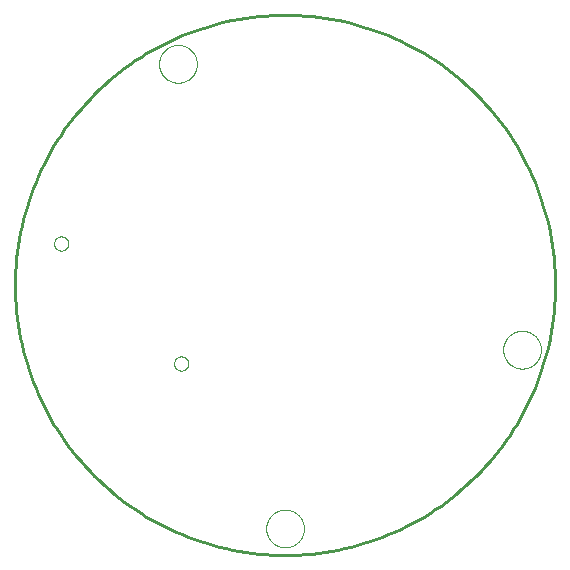
<source format=gko>
G75*
%MOIN*%
%OFA0B0*%
%FSLAX25Y25*%
%IPPOS*%
%LPD*%
%AMOC8*
5,1,8,0,0,1.08239X$1,22.5*
%
%ADD10C,0.01000*%
%ADD11C,0.00000*%
D10*
X0000000Y0090000D02*
X0000027Y0092209D01*
X0000108Y0094416D01*
X0000244Y0096621D01*
X0000433Y0098822D01*
X0000677Y0101017D01*
X0000974Y0103206D01*
X0001325Y0105387D01*
X0001729Y0107558D01*
X0002187Y0109719D01*
X0002697Y0111868D01*
X0003260Y0114004D01*
X0003875Y0116126D01*
X0004542Y0118231D01*
X0005261Y0120320D01*
X0006031Y0122391D01*
X0006851Y0124442D01*
X0007721Y0126472D01*
X0008641Y0128480D01*
X0009610Y0130465D01*
X0010627Y0132426D01*
X0011692Y0134361D01*
X0012804Y0136269D01*
X0013963Y0138150D01*
X0015168Y0140001D01*
X0016417Y0141823D01*
X0017711Y0143613D01*
X0019049Y0145371D01*
X0020429Y0147095D01*
X0021851Y0148786D01*
X0023314Y0150440D01*
X0024818Y0152059D01*
X0026360Y0153640D01*
X0027941Y0155182D01*
X0029560Y0156686D01*
X0031214Y0158149D01*
X0032905Y0159571D01*
X0034629Y0160951D01*
X0036387Y0162289D01*
X0038177Y0163583D01*
X0039999Y0164832D01*
X0041850Y0166037D01*
X0043731Y0167196D01*
X0045639Y0168308D01*
X0047574Y0169373D01*
X0049535Y0170390D01*
X0051520Y0171359D01*
X0053528Y0172279D01*
X0055558Y0173149D01*
X0057609Y0173969D01*
X0059680Y0174739D01*
X0061769Y0175458D01*
X0063874Y0176125D01*
X0065996Y0176740D01*
X0068132Y0177303D01*
X0070281Y0177813D01*
X0072442Y0178271D01*
X0074613Y0178675D01*
X0076794Y0179026D01*
X0078983Y0179323D01*
X0081178Y0179567D01*
X0083379Y0179756D01*
X0085584Y0179892D01*
X0087791Y0179973D01*
X0090000Y0180000D01*
X0092209Y0179973D01*
X0094416Y0179892D01*
X0096621Y0179756D01*
X0098822Y0179567D01*
X0101017Y0179323D01*
X0103206Y0179026D01*
X0105387Y0178675D01*
X0107558Y0178271D01*
X0109719Y0177813D01*
X0111868Y0177303D01*
X0114004Y0176740D01*
X0116126Y0176125D01*
X0118231Y0175458D01*
X0120320Y0174739D01*
X0122391Y0173969D01*
X0124442Y0173149D01*
X0126472Y0172279D01*
X0128480Y0171359D01*
X0130465Y0170390D01*
X0132426Y0169373D01*
X0134361Y0168308D01*
X0136269Y0167196D01*
X0138150Y0166037D01*
X0140001Y0164832D01*
X0141823Y0163583D01*
X0143613Y0162289D01*
X0145371Y0160951D01*
X0147095Y0159571D01*
X0148786Y0158149D01*
X0150440Y0156686D01*
X0152059Y0155182D01*
X0153640Y0153640D01*
X0155182Y0152059D01*
X0156686Y0150440D01*
X0158149Y0148786D01*
X0159571Y0147095D01*
X0160951Y0145371D01*
X0162289Y0143613D01*
X0163583Y0141823D01*
X0164832Y0140001D01*
X0166037Y0138150D01*
X0167196Y0136269D01*
X0168308Y0134361D01*
X0169373Y0132426D01*
X0170390Y0130465D01*
X0171359Y0128480D01*
X0172279Y0126472D01*
X0173149Y0124442D01*
X0173969Y0122391D01*
X0174739Y0120320D01*
X0175458Y0118231D01*
X0176125Y0116126D01*
X0176740Y0114004D01*
X0177303Y0111868D01*
X0177813Y0109719D01*
X0178271Y0107558D01*
X0178675Y0105387D01*
X0179026Y0103206D01*
X0179323Y0101017D01*
X0179567Y0098822D01*
X0179756Y0096621D01*
X0179892Y0094416D01*
X0179973Y0092209D01*
X0180000Y0090000D01*
X0179973Y0087791D01*
X0179892Y0085584D01*
X0179756Y0083379D01*
X0179567Y0081178D01*
X0179323Y0078983D01*
X0179026Y0076794D01*
X0178675Y0074613D01*
X0178271Y0072442D01*
X0177813Y0070281D01*
X0177303Y0068132D01*
X0176740Y0065996D01*
X0176125Y0063874D01*
X0175458Y0061769D01*
X0174739Y0059680D01*
X0173969Y0057609D01*
X0173149Y0055558D01*
X0172279Y0053528D01*
X0171359Y0051520D01*
X0170390Y0049535D01*
X0169373Y0047574D01*
X0168308Y0045639D01*
X0167196Y0043731D01*
X0166037Y0041850D01*
X0164832Y0039999D01*
X0163583Y0038177D01*
X0162289Y0036387D01*
X0160951Y0034629D01*
X0159571Y0032905D01*
X0158149Y0031214D01*
X0156686Y0029560D01*
X0155182Y0027941D01*
X0153640Y0026360D01*
X0152059Y0024818D01*
X0150440Y0023314D01*
X0148786Y0021851D01*
X0147095Y0020429D01*
X0145371Y0019049D01*
X0143613Y0017711D01*
X0141823Y0016417D01*
X0140001Y0015168D01*
X0138150Y0013963D01*
X0136269Y0012804D01*
X0134361Y0011692D01*
X0132426Y0010627D01*
X0130465Y0009610D01*
X0128480Y0008641D01*
X0126472Y0007721D01*
X0124442Y0006851D01*
X0122391Y0006031D01*
X0120320Y0005261D01*
X0118231Y0004542D01*
X0116126Y0003875D01*
X0114004Y0003260D01*
X0111868Y0002697D01*
X0109719Y0002187D01*
X0107558Y0001729D01*
X0105387Y0001325D01*
X0103206Y0000974D01*
X0101017Y0000677D01*
X0098822Y0000433D01*
X0096621Y0000244D01*
X0094416Y0000108D01*
X0092209Y0000027D01*
X0090000Y0000000D01*
X0087791Y0000027D01*
X0085584Y0000108D01*
X0083379Y0000244D01*
X0081178Y0000433D01*
X0078983Y0000677D01*
X0076794Y0000974D01*
X0074613Y0001325D01*
X0072442Y0001729D01*
X0070281Y0002187D01*
X0068132Y0002697D01*
X0065996Y0003260D01*
X0063874Y0003875D01*
X0061769Y0004542D01*
X0059680Y0005261D01*
X0057609Y0006031D01*
X0055558Y0006851D01*
X0053528Y0007721D01*
X0051520Y0008641D01*
X0049535Y0009610D01*
X0047574Y0010627D01*
X0045639Y0011692D01*
X0043731Y0012804D01*
X0041850Y0013963D01*
X0039999Y0015168D01*
X0038177Y0016417D01*
X0036387Y0017711D01*
X0034629Y0019049D01*
X0032905Y0020429D01*
X0031214Y0021851D01*
X0029560Y0023314D01*
X0027941Y0024818D01*
X0026360Y0026360D01*
X0024818Y0027941D01*
X0023314Y0029560D01*
X0021851Y0031214D01*
X0020429Y0032905D01*
X0019049Y0034629D01*
X0017711Y0036387D01*
X0016417Y0038177D01*
X0015168Y0039999D01*
X0013963Y0041850D01*
X0012804Y0043731D01*
X0011692Y0045639D01*
X0010627Y0047574D01*
X0009610Y0049535D01*
X0008641Y0051520D01*
X0007721Y0053528D01*
X0006851Y0055558D01*
X0006031Y0057609D01*
X0005261Y0059680D01*
X0004542Y0061769D01*
X0003875Y0063874D01*
X0003260Y0065996D01*
X0002697Y0068132D01*
X0002187Y0070281D01*
X0001729Y0072442D01*
X0001325Y0074613D01*
X0000974Y0076794D01*
X0000677Y0078983D01*
X0000433Y0081178D01*
X0000244Y0083379D01*
X0000108Y0085584D01*
X0000027Y0087791D01*
X0000000Y0090000D01*
D11*
X0048001Y0163700D02*
X0048003Y0163858D01*
X0048009Y0164016D01*
X0048019Y0164174D01*
X0048033Y0164332D01*
X0048051Y0164489D01*
X0048072Y0164646D01*
X0048098Y0164802D01*
X0048128Y0164958D01*
X0048161Y0165113D01*
X0048199Y0165266D01*
X0048240Y0165419D01*
X0048285Y0165571D01*
X0048334Y0165722D01*
X0048387Y0165871D01*
X0048443Y0166019D01*
X0048503Y0166165D01*
X0048567Y0166310D01*
X0048635Y0166453D01*
X0048706Y0166595D01*
X0048780Y0166735D01*
X0048858Y0166872D01*
X0048940Y0167008D01*
X0049024Y0167142D01*
X0049113Y0167273D01*
X0049204Y0167402D01*
X0049299Y0167529D01*
X0049396Y0167654D01*
X0049497Y0167776D01*
X0049601Y0167895D01*
X0049708Y0168012D01*
X0049818Y0168126D01*
X0049931Y0168237D01*
X0050046Y0168346D01*
X0050164Y0168451D01*
X0050285Y0168553D01*
X0050408Y0168653D01*
X0050534Y0168749D01*
X0050662Y0168842D01*
X0050792Y0168932D01*
X0050925Y0169018D01*
X0051060Y0169102D01*
X0051196Y0169181D01*
X0051335Y0169258D01*
X0051476Y0169330D01*
X0051618Y0169400D01*
X0051762Y0169465D01*
X0051908Y0169527D01*
X0052055Y0169585D01*
X0052204Y0169640D01*
X0052354Y0169691D01*
X0052505Y0169738D01*
X0052657Y0169781D01*
X0052810Y0169820D01*
X0052965Y0169856D01*
X0053120Y0169887D01*
X0053276Y0169915D01*
X0053432Y0169939D01*
X0053589Y0169959D01*
X0053747Y0169975D01*
X0053904Y0169987D01*
X0054063Y0169995D01*
X0054221Y0169999D01*
X0054379Y0169999D01*
X0054537Y0169995D01*
X0054696Y0169987D01*
X0054853Y0169975D01*
X0055011Y0169959D01*
X0055168Y0169939D01*
X0055324Y0169915D01*
X0055480Y0169887D01*
X0055635Y0169856D01*
X0055790Y0169820D01*
X0055943Y0169781D01*
X0056095Y0169738D01*
X0056246Y0169691D01*
X0056396Y0169640D01*
X0056545Y0169585D01*
X0056692Y0169527D01*
X0056838Y0169465D01*
X0056982Y0169400D01*
X0057124Y0169330D01*
X0057265Y0169258D01*
X0057404Y0169181D01*
X0057540Y0169102D01*
X0057675Y0169018D01*
X0057808Y0168932D01*
X0057938Y0168842D01*
X0058066Y0168749D01*
X0058192Y0168653D01*
X0058315Y0168553D01*
X0058436Y0168451D01*
X0058554Y0168346D01*
X0058669Y0168237D01*
X0058782Y0168126D01*
X0058892Y0168012D01*
X0058999Y0167895D01*
X0059103Y0167776D01*
X0059204Y0167654D01*
X0059301Y0167529D01*
X0059396Y0167402D01*
X0059487Y0167273D01*
X0059576Y0167142D01*
X0059660Y0167008D01*
X0059742Y0166872D01*
X0059820Y0166735D01*
X0059894Y0166595D01*
X0059965Y0166453D01*
X0060033Y0166310D01*
X0060097Y0166165D01*
X0060157Y0166019D01*
X0060213Y0165871D01*
X0060266Y0165722D01*
X0060315Y0165571D01*
X0060360Y0165419D01*
X0060401Y0165266D01*
X0060439Y0165113D01*
X0060472Y0164958D01*
X0060502Y0164802D01*
X0060528Y0164646D01*
X0060549Y0164489D01*
X0060567Y0164332D01*
X0060581Y0164174D01*
X0060591Y0164016D01*
X0060597Y0163858D01*
X0060599Y0163700D01*
X0060597Y0163542D01*
X0060591Y0163384D01*
X0060581Y0163226D01*
X0060567Y0163068D01*
X0060549Y0162911D01*
X0060528Y0162754D01*
X0060502Y0162598D01*
X0060472Y0162442D01*
X0060439Y0162287D01*
X0060401Y0162134D01*
X0060360Y0161981D01*
X0060315Y0161829D01*
X0060266Y0161678D01*
X0060213Y0161529D01*
X0060157Y0161381D01*
X0060097Y0161235D01*
X0060033Y0161090D01*
X0059965Y0160947D01*
X0059894Y0160805D01*
X0059820Y0160665D01*
X0059742Y0160528D01*
X0059660Y0160392D01*
X0059576Y0160258D01*
X0059487Y0160127D01*
X0059396Y0159998D01*
X0059301Y0159871D01*
X0059204Y0159746D01*
X0059103Y0159624D01*
X0058999Y0159505D01*
X0058892Y0159388D01*
X0058782Y0159274D01*
X0058669Y0159163D01*
X0058554Y0159054D01*
X0058436Y0158949D01*
X0058315Y0158847D01*
X0058192Y0158747D01*
X0058066Y0158651D01*
X0057938Y0158558D01*
X0057808Y0158468D01*
X0057675Y0158382D01*
X0057540Y0158298D01*
X0057404Y0158219D01*
X0057265Y0158142D01*
X0057124Y0158070D01*
X0056982Y0158000D01*
X0056838Y0157935D01*
X0056692Y0157873D01*
X0056545Y0157815D01*
X0056396Y0157760D01*
X0056246Y0157709D01*
X0056095Y0157662D01*
X0055943Y0157619D01*
X0055790Y0157580D01*
X0055635Y0157544D01*
X0055480Y0157513D01*
X0055324Y0157485D01*
X0055168Y0157461D01*
X0055011Y0157441D01*
X0054853Y0157425D01*
X0054696Y0157413D01*
X0054537Y0157405D01*
X0054379Y0157401D01*
X0054221Y0157401D01*
X0054063Y0157405D01*
X0053904Y0157413D01*
X0053747Y0157425D01*
X0053589Y0157441D01*
X0053432Y0157461D01*
X0053276Y0157485D01*
X0053120Y0157513D01*
X0052965Y0157544D01*
X0052810Y0157580D01*
X0052657Y0157619D01*
X0052505Y0157662D01*
X0052354Y0157709D01*
X0052204Y0157760D01*
X0052055Y0157815D01*
X0051908Y0157873D01*
X0051762Y0157935D01*
X0051618Y0158000D01*
X0051476Y0158070D01*
X0051335Y0158142D01*
X0051196Y0158219D01*
X0051060Y0158298D01*
X0050925Y0158382D01*
X0050792Y0158468D01*
X0050662Y0158558D01*
X0050534Y0158651D01*
X0050408Y0158747D01*
X0050285Y0158847D01*
X0050164Y0158949D01*
X0050046Y0159054D01*
X0049931Y0159163D01*
X0049818Y0159274D01*
X0049708Y0159388D01*
X0049601Y0159505D01*
X0049497Y0159624D01*
X0049396Y0159746D01*
X0049299Y0159871D01*
X0049204Y0159998D01*
X0049113Y0160127D01*
X0049024Y0160258D01*
X0048940Y0160392D01*
X0048858Y0160528D01*
X0048780Y0160665D01*
X0048706Y0160805D01*
X0048635Y0160947D01*
X0048567Y0161090D01*
X0048503Y0161235D01*
X0048443Y0161381D01*
X0048387Y0161529D01*
X0048334Y0161678D01*
X0048285Y0161829D01*
X0048240Y0161981D01*
X0048199Y0162134D01*
X0048161Y0162287D01*
X0048128Y0162442D01*
X0048098Y0162598D01*
X0048072Y0162754D01*
X0048051Y0162911D01*
X0048033Y0163068D01*
X0048019Y0163226D01*
X0048009Y0163384D01*
X0048003Y0163542D01*
X0048001Y0163700D01*
X0162701Y0068400D02*
X0162703Y0068558D01*
X0162709Y0068716D01*
X0162719Y0068874D01*
X0162733Y0069032D01*
X0162751Y0069189D01*
X0162772Y0069346D01*
X0162798Y0069502D01*
X0162828Y0069658D01*
X0162861Y0069813D01*
X0162899Y0069966D01*
X0162940Y0070119D01*
X0162985Y0070271D01*
X0163034Y0070422D01*
X0163087Y0070571D01*
X0163143Y0070719D01*
X0163203Y0070865D01*
X0163267Y0071010D01*
X0163335Y0071153D01*
X0163406Y0071295D01*
X0163480Y0071435D01*
X0163558Y0071572D01*
X0163640Y0071708D01*
X0163724Y0071842D01*
X0163813Y0071973D01*
X0163904Y0072102D01*
X0163999Y0072229D01*
X0164096Y0072354D01*
X0164197Y0072476D01*
X0164301Y0072595D01*
X0164408Y0072712D01*
X0164518Y0072826D01*
X0164631Y0072937D01*
X0164746Y0073046D01*
X0164864Y0073151D01*
X0164985Y0073253D01*
X0165108Y0073353D01*
X0165234Y0073449D01*
X0165362Y0073542D01*
X0165492Y0073632D01*
X0165625Y0073718D01*
X0165760Y0073802D01*
X0165896Y0073881D01*
X0166035Y0073958D01*
X0166176Y0074030D01*
X0166318Y0074100D01*
X0166462Y0074165D01*
X0166608Y0074227D01*
X0166755Y0074285D01*
X0166904Y0074340D01*
X0167054Y0074391D01*
X0167205Y0074438D01*
X0167357Y0074481D01*
X0167510Y0074520D01*
X0167665Y0074556D01*
X0167820Y0074587D01*
X0167976Y0074615D01*
X0168132Y0074639D01*
X0168289Y0074659D01*
X0168447Y0074675D01*
X0168604Y0074687D01*
X0168763Y0074695D01*
X0168921Y0074699D01*
X0169079Y0074699D01*
X0169237Y0074695D01*
X0169396Y0074687D01*
X0169553Y0074675D01*
X0169711Y0074659D01*
X0169868Y0074639D01*
X0170024Y0074615D01*
X0170180Y0074587D01*
X0170335Y0074556D01*
X0170490Y0074520D01*
X0170643Y0074481D01*
X0170795Y0074438D01*
X0170946Y0074391D01*
X0171096Y0074340D01*
X0171245Y0074285D01*
X0171392Y0074227D01*
X0171538Y0074165D01*
X0171682Y0074100D01*
X0171824Y0074030D01*
X0171965Y0073958D01*
X0172104Y0073881D01*
X0172240Y0073802D01*
X0172375Y0073718D01*
X0172508Y0073632D01*
X0172638Y0073542D01*
X0172766Y0073449D01*
X0172892Y0073353D01*
X0173015Y0073253D01*
X0173136Y0073151D01*
X0173254Y0073046D01*
X0173369Y0072937D01*
X0173482Y0072826D01*
X0173592Y0072712D01*
X0173699Y0072595D01*
X0173803Y0072476D01*
X0173904Y0072354D01*
X0174001Y0072229D01*
X0174096Y0072102D01*
X0174187Y0071973D01*
X0174276Y0071842D01*
X0174360Y0071708D01*
X0174442Y0071572D01*
X0174520Y0071435D01*
X0174594Y0071295D01*
X0174665Y0071153D01*
X0174733Y0071010D01*
X0174797Y0070865D01*
X0174857Y0070719D01*
X0174913Y0070571D01*
X0174966Y0070422D01*
X0175015Y0070271D01*
X0175060Y0070119D01*
X0175101Y0069966D01*
X0175139Y0069813D01*
X0175172Y0069658D01*
X0175202Y0069502D01*
X0175228Y0069346D01*
X0175249Y0069189D01*
X0175267Y0069032D01*
X0175281Y0068874D01*
X0175291Y0068716D01*
X0175297Y0068558D01*
X0175299Y0068400D01*
X0175297Y0068242D01*
X0175291Y0068084D01*
X0175281Y0067926D01*
X0175267Y0067768D01*
X0175249Y0067611D01*
X0175228Y0067454D01*
X0175202Y0067298D01*
X0175172Y0067142D01*
X0175139Y0066987D01*
X0175101Y0066834D01*
X0175060Y0066681D01*
X0175015Y0066529D01*
X0174966Y0066378D01*
X0174913Y0066229D01*
X0174857Y0066081D01*
X0174797Y0065935D01*
X0174733Y0065790D01*
X0174665Y0065647D01*
X0174594Y0065505D01*
X0174520Y0065365D01*
X0174442Y0065228D01*
X0174360Y0065092D01*
X0174276Y0064958D01*
X0174187Y0064827D01*
X0174096Y0064698D01*
X0174001Y0064571D01*
X0173904Y0064446D01*
X0173803Y0064324D01*
X0173699Y0064205D01*
X0173592Y0064088D01*
X0173482Y0063974D01*
X0173369Y0063863D01*
X0173254Y0063754D01*
X0173136Y0063649D01*
X0173015Y0063547D01*
X0172892Y0063447D01*
X0172766Y0063351D01*
X0172638Y0063258D01*
X0172508Y0063168D01*
X0172375Y0063082D01*
X0172240Y0062998D01*
X0172104Y0062919D01*
X0171965Y0062842D01*
X0171824Y0062770D01*
X0171682Y0062700D01*
X0171538Y0062635D01*
X0171392Y0062573D01*
X0171245Y0062515D01*
X0171096Y0062460D01*
X0170946Y0062409D01*
X0170795Y0062362D01*
X0170643Y0062319D01*
X0170490Y0062280D01*
X0170335Y0062244D01*
X0170180Y0062213D01*
X0170024Y0062185D01*
X0169868Y0062161D01*
X0169711Y0062141D01*
X0169553Y0062125D01*
X0169396Y0062113D01*
X0169237Y0062105D01*
X0169079Y0062101D01*
X0168921Y0062101D01*
X0168763Y0062105D01*
X0168604Y0062113D01*
X0168447Y0062125D01*
X0168289Y0062141D01*
X0168132Y0062161D01*
X0167976Y0062185D01*
X0167820Y0062213D01*
X0167665Y0062244D01*
X0167510Y0062280D01*
X0167357Y0062319D01*
X0167205Y0062362D01*
X0167054Y0062409D01*
X0166904Y0062460D01*
X0166755Y0062515D01*
X0166608Y0062573D01*
X0166462Y0062635D01*
X0166318Y0062700D01*
X0166176Y0062770D01*
X0166035Y0062842D01*
X0165896Y0062919D01*
X0165760Y0062998D01*
X0165625Y0063082D01*
X0165492Y0063168D01*
X0165362Y0063258D01*
X0165234Y0063351D01*
X0165108Y0063447D01*
X0164985Y0063547D01*
X0164864Y0063649D01*
X0164746Y0063754D01*
X0164631Y0063863D01*
X0164518Y0063974D01*
X0164408Y0064088D01*
X0164301Y0064205D01*
X0164197Y0064324D01*
X0164096Y0064446D01*
X0163999Y0064571D01*
X0163904Y0064698D01*
X0163813Y0064827D01*
X0163724Y0064958D01*
X0163640Y0065092D01*
X0163558Y0065228D01*
X0163480Y0065365D01*
X0163406Y0065505D01*
X0163335Y0065647D01*
X0163267Y0065790D01*
X0163203Y0065935D01*
X0163143Y0066081D01*
X0163087Y0066229D01*
X0163034Y0066378D01*
X0162985Y0066529D01*
X0162940Y0066681D01*
X0162899Y0066834D01*
X0162861Y0066987D01*
X0162828Y0067142D01*
X0162798Y0067298D01*
X0162772Y0067454D01*
X0162751Y0067611D01*
X0162733Y0067768D01*
X0162719Y0067926D01*
X0162709Y0068084D01*
X0162703Y0068242D01*
X0162701Y0068400D01*
X0083701Y0008800D02*
X0083703Y0008958D01*
X0083709Y0009116D01*
X0083719Y0009274D01*
X0083733Y0009432D01*
X0083751Y0009589D01*
X0083772Y0009746D01*
X0083798Y0009902D01*
X0083828Y0010058D01*
X0083861Y0010213D01*
X0083899Y0010366D01*
X0083940Y0010519D01*
X0083985Y0010671D01*
X0084034Y0010822D01*
X0084087Y0010971D01*
X0084143Y0011119D01*
X0084203Y0011265D01*
X0084267Y0011410D01*
X0084335Y0011553D01*
X0084406Y0011695D01*
X0084480Y0011835D01*
X0084558Y0011972D01*
X0084640Y0012108D01*
X0084724Y0012242D01*
X0084813Y0012373D01*
X0084904Y0012502D01*
X0084999Y0012629D01*
X0085096Y0012754D01*
X0085197Y0012876D01*
X0085301Y0012995D01*
X0085408Y0013112D01*
X0085518Y0013226D01*
X0085631Y0013337D01*
X0085746Y0013446D01*
X0085864Y0013551D01*
X0085985Y0013653D01*
X0086108Y0013753D01*
X0086234Y0013849D01*
X0086362Y0013942D01*
X0086492Y0014032D01*
X0086625Y0014118D01*
X0086760Y0014202D01*
X0086896Y0014281D01*
X0087035Y0014358D01*
X0087176Y0014430D01*
X0087318Y0014500D01*
X0087462Y0014565D01*
X0087608Y0014627D01*
X0087755Y0014685D01*
X0087904Y0014740D01*
X0088054Y0014791D01*
X0088205Y0014838D01*
X0088357Y0014881D01*
X0088510Y0014920D01*
X0088665Y0014956D01*
X0088820Y0014987D01*
X0088976Y0015015D01*
X0089132Y0015039D01*
X0089289Y0015059D01*
X0089447Y0015075D01*
X0089604Y0015087D01*
X0089763Y0015095D01*
X0089921Y0015099D01*
X0090079Y0015099D01*
X0090237Y0015095D01*
X0090396Y0015087D01*
X0090553Y0015075D01*
X0090711Y0015059D01*
X0090868Y0015039D01*
X0091024Y0015015D01*
X0091180Y0014987D01*
X0091335Y0014956D01*
X0091490Y0014920D01*
X0091643Y0014881D01*
X0091795Y0014838D01*
X0091946Y0014791D01*
X0092096Y0014740D01*
X0092245Y0014685D01*
X0092392Y0014627D01*
X0092538Y0014565D01*
X0092682Y0014500D01*
X0092824Y0014430D01*
X0092965Y0014358D01*
X0093104Y0014281D01*
X0093240Y0014202D01*
X0093375Y0014118D01*
X0093508Y0014032D01*
X0093638Y0013942D01*
X0093766Y0013849D01*
X0093892Y0013753D01*
X0094015Y0013653D01*
X0094136Y0013551D01*
X0094254Y0013446D01*
X0094369Y0013337D01*
X0094482Y0013226D01*
X0094592Y0013112D01*
X0094699Y0012995D01*
X0094803Y0012876D01*
X0094904Y0012754D01*
X0095001Y0012629D01*
X0095096Y0012502D01*
X0095187Y0012373D01*
X0095276Y0012242D01*
X0095360Y0012108D01*
X0095442Y0011972D01*
X0095520Y0011835D01*
X0095594Y0011695D01*
X0095665Y0011553D01*
X0095733Y0011410D01*
X0095797Y0011265D01*
X0095857Y0011119D01*
X0095913Y0010971D01*
X0095966Y0010822D01*
X0096015Y0010671D01*
X0096060Y0010519D01*
X0096101Y0010366D01*
X0096139Y0010213D01*
X0096172Y0010058D01*
X0096202Y0009902D01*
X0096228Y0009746D01*
X0096249Y0009589D01*
X0096267Y0009432D01*
X0096281Y0009274D01*
X0096291Y0009116D01*
X0096297Y0008958D01*
X0096299Y0008800D01*
X0096297Y0008642D01*
X0096291Y0008484D01*
X0096281Y0008326D01*
X0096267Y0008168D01*
X0096249Y0008011D01*
X0096228Y0007854D01*
X0096202Y0007698D01*
X0096172Y0007542D01*
X0096139Y0007387D01*
X0096101Y0007234D01*
X0096060Y0007081D01*
X0096015Y0006929D01*
X0095966Y0006778D01*
X0095913Y0006629D01*
X0095857Y0006481D01*
X0095797Y0006335D01*
X0095733Y0006190D01*
X0095665Y0006047D01*
X0095594Y0005905D01*
X0095520Y0005765D01*
X0095442Y0005628D01*
X0095360Y0005492D01*
X0095276Y0005358D01*
X0095187Y0005227D01*
X0095096Y0005098D01*
X0095001Y0004971D01*
X0094904Y0004846D01*
X0094803Y0004724D01*
X0094699Y0004605D01*
X0094592Y0004488D01*
X0094482Y0004374D01*
X0094369Y0004263D01*
X0094254Y0004154D01*
X0094136Y0004049D01*
X0094015Y0003947D01*
X0093892Y0003847D01*
X0093766Y0003751D01*
X0093638Y0003658D01*
X0093508Y0003568D01*
X0093375Y0003482D01*
X0093240Y0003398D01*
X0093104Y0003319D01*
X0092965Y0003242D01*
X0092824Y0003170D01*
X0092682Y0003100D01*
X0092538Y0003035D01*
X0092392Y0002973D01*
X0092245Y0002915D01*
X0092096Y0002860D01*
X0091946Y0002809D01*
X0091795Y0002762D01*
X0091643Y0002719D01*
X0091490Y0002680D01*
X0091335Y0002644D01*
X0091180Y0002613D01*
X0091024Y0002585D01*
X0090868Y0002561D01*
X0090711Y0002541D01*
X0090553Y0002525D01*
X0090396Y0002513D01*
X0090237Y0002505D01*
X0090079Y0002501D01*
X0089921Y0002501D01*
X0089763Y0002505D01*
X0089604Y0002513D01*
X0089447Y0002525D01*
X0089289Y0002541D01*
X0089132Y0002561D01*
X0088976Y0002585D01*
X0088820Y0002613D01*
X0088665Y0002644D01*
X0088510Y0002680D01*
X0088357Y0002719D01*
X0088205Y0002762D01*
X0088054Y0002809D01*
X0087904Y0002860D01*
X0087755Y0002915D01*
X0087608Y0002973D01*
X0087462Y0003035D01*
X0087318Y0003100D01*
X0087176Y0003170D01*
X0087035Y0003242D01*
X0086896Y0003319D01*
X0086760Y0003398D01*
X0086625Y0003482D01*
X0086492Y0003568D01*
X0086362Y0003658D01*
X0086234Y0003751D01*
X0086108Y0003847D01*
X0085985Y0003947D01*
X0085864Y0004049D01*
X0085746Y0004154D01*
X0085631Y0004263D01*
X0085518Y0004374D01*
X0085408Y0004488D01*
X0085301Y0004605D01*
X0085197Y0004724D01*
X0085096Y0004846D01*
X0084999Y0004971D01*
X0084904Y0005098D01*
X0084813Y0005227D01*
X0084724Y0005358D01*
X0084640Y0005492D01*
X0084558Y0005628D01*
X0084480Y0005765D01*
X0084406Y0005905D01*
X0084335Y0006047D01*
X0084267Y0006190D01*
X0084203Y0006335D01*
X0084143Y0006481D01*
X0084087Y0006629D01*
X0084034Y0006778D01*
X0083985Y0006929D01*
X0083940Y0007081D01*
X0083899Y0007234D01*
X0083861Y0007387D01*
X0083828Y0007542D01*
X0083798Y0007698D01*
X0083772Y0007854D01*
X0083751Y0008011D01*
X0083733Y0008168D01*
X0083719Y0008326D01*
X0083709Y0008484D01*
X0083703Y0008642D01*
X0083701Y0008800D01*
X0013038Y0103800D02*
X0013040Y0103897D01*
X0013046Y0103994D01*
X0013056Y0104090D01*
X0013070Y0104186D01*
X0013088Y0104282D01*
X0013109Y0104376D01*
X0013135Y0104470D01*
X0013164Y0104562D01*
X0013198Y0104653D01*
X0013234Y0104743D01*
X0013275Y0104831D01*
X0013319Y0104917D01*
X0013367Y0105002D01*
X0013418Y0105084D01*
X0013472Y0105165D01*
X0013530Y0105243D01*
X0013591Y0105318D01*
X0013654Y0105391D01*
X0013721Y0105462D01*
X0013791Y0105529D01*
X0013863Y0105594D01*
X0013938Y0105655D01*
X0014016Y0105714D01*
X0014095Y0105769D01*
X0014177Y0105821D01*
X0014261Y0105869D01*
X0014347Y0105914D01*
X0014435Y0105956D01*
X0014524Y0105994D01*
X0014615Y0106028D01*
X0014707Y0106058D01*
X0014800Y0106085D01*
X0014895Y0106107D01*
X0014990Y0106126D01*
X0015086Y0106141D01*
X0015182Y0106152D01*
X0015279Y0106159D01*
X0015376Y0106162D01*
X0015473Y0106161D01*
X0015570Y0106156D01*
X0015666Y0106147D01*
X0015762Y0106134D01*
X0015858Y0106117D01*
X0015953Y0106096D01*
X0016046Y0106072D01*
X0016139Y0106043D01*
X0016231Y0106011D01*
X0016321Y0105975D01*
X0016409Y0105936D01*
X0016496Y0105892D01*
X0016581Y0105846D01*
X0016664Y0105795D01*
X0016745Y0105742D01*
X0016823Y0105685D01*
X0016900Y0105625D01*
X0016973Y0105562D01*
X0017044Y0105496D01*
X0017112Y0105427D01*
X0017178Y0105355D01*
X0017240Y0105281D01*
X0017299Y0105204D01*
X0017355Y0105125D01*
X0017408Y0105043D01*
X0017458Y0104960D01*
X0017503Y0104874D01*
X0017546Y0104787D01*
X0017585Y0104698D01*
X0017620Y0104608D01*
X0017651Y0104516D01*
X0017678Y0104423D01*
X0017702Y0104329D01*
X0017722Y0104234D01*
X0017738Y0104138D01*
X0017750Y0104042D01*
X0017758Y0103945D01*
X0017762Y0103848D01*
X0017762Y0103752D01*
X0017758Y0103655D01*
X0017750Y0103558D01*
X0017738Y0103462D01*
X0017722Y0103366D01*
X0017702Y0103271D01*
X0017678Y0103177D01*
X0017651Y0103084D01*
X0017620Y0102992D01*
X0017585Y0102902D01*
X0017546Y0102813D01*
X0017503Y0102726D01*
X0017458Y0102640D01*
X0017408Y0102557D01*
X0017355Y0102475D01*
X0017299Y0102396D01*
X0017240Y0102319D01*
X0017178Y0102245D01*
X0017112Y0102173D01*
X0017044Y0102104D01*
X0016973Y0102038D01*
X0016900Y0101975D01*
X0016823Y0101915D01*
X0016745Y0101858D01*
X0016664Y0101805D01*
X0016581Y0101754D01*
X0016496Y0101708D01*
X0016409Y0101664D01*
X0016321Y0101625D01*
X0016231Y0101589D01*
X0016139Y0101557D01*
X0016046Y0101528D01*
X0015953Y0101504D01*
X0015858Y0101483D01*
X0015762Y0101466D01*
X0015666Y0101453D01*
X0015570Y0101444D01*
X0015473Y0101439D01*
X0015376Y0101438D01*
X0015279Y0101441D01*
X0015182Y0101448D01*
X0015086Y0101459D01*
X0014990Y0101474D01*
X0014895Y0101493D01*
X0014800Y0101515D01*
X0014707Y0101542D01*
X0014615Y0101572D01*
X0014524Y0101606D01*
X0014435Y0101644D01*
X0014347Y0101686D01*
X0014261Y0101731D01*
X0014177Y0101779D01*
X0014095Y0101831D01*
X0014016Y0101886D01*
X0013938Y0101945D01*
X0013863Y0102006D01*
X0013791Y0102071D01*
X0013721Y0102138D01*
X0013654Y0102209D01*
X0013591Y0102282D01*
X0013530Y0102357D01*
X0013472Y0102435D01*
X0013418Y0102516D01*
X0013367Y0102598D01*
X0013319Y0102683D01*
X0013275Y0102769D01*
X0013234Y0102857D01*
X0013198Y0102947D01*
X0013164Y0103038D01*
X0013135Y0103130D01*
X0013109Y0103224D01*
X0013088Y0103318D01*
X0013070Y0103414D01*
X0013056Y0103510D01*
X0013046Y0103606D01*
X0013040Y0103703D01*
X0013038Y0103800D01*
X0053038Y0063800D02*
X0053040Y0063897D01*
X0053046Y0063994D01*
X0053056Y0064090D01*
X0053070Y0064186D01*
X0053088Y0064282D01*
X0053109Y0064376D01*
X0053135Y0064470D01*
X0053164Y0064562D01*
X0053198Y0064653D01*
X0053234Y0064743D01*
X0053275Y0064831D01*
X0053319Y0064917D01*
X0053367Y0065002D01*
X0053418Y0065084D01*
X0053472Y0065165D01*
X0053530Y0065243D01*
X0053591Y0065318D01*
X0053654Y0065391D01*
X0053721Y0065462D01*
X0053791Y0065529D01*
X0053863Y0065594D01*
X0053938Y0065655D01*
X0054016Y0065714D01*
X0054095Y0065769D01*
X0054177Y0065821D01*
X0054261Y0065869D01*
X0054347Y0065914D01*
X0054435Y0065956D01*
X0054524Y0065994D01*
X0054615Y0066028D01*
X0054707Y0066058D01*
X0054800Y0066085D01*
X0054895Y0066107D01*
X0054990Y0066126D01*
X0055086Y0066141D01*
X0055182Y0066152D01*
X0055279Y0066159D01*
X0055376Y0066162D01*
X0055473Y0066161D01*
X0055570Y0066156D01*
X0055666Y0066147D01*
X0055762Y0066134D01*
X0055858Y0066117D01*
X0055953Y0066096D01*
X0056046Y0066072D01*
X0056139Y0066043D01*
X0056231Y0066011D01*
X0056321Y0065975D01*
X0056409Y0065936D01*
X0056496Y0065892D01*
X0056581Y0065846D01*
X0056664Y0065795D01*
X0056745Y0065742D01*
X0056823Y0065685D01*
X0056900Y0065625D01*
X0056973Y0065562D01*
X0057044Y0065496D01*
X0057112Y0065427D01*
X0057178Y0065355D01*
X0057240Y0065281D01*
X0057299Y0065204D01*
X0057355Y0065125D01*
X0057408Y0065043D01*
X0057458Y0064960D01*
X0057503Y0064874D01*
X0057546Y0064787D01*
X0057585Y0064698D01*
X0057620Y0064608D01*
X0057651Y0064516D01*
X0057678Y0064423D01*
X0057702Y0064329D01*
X0057722Y0064234D01*
X0057738Y0064138D01*
X0057750Y0064042D01*
X0057758Y0063945D01*
X0057762Y0063848D01*
X0057762Y0063752D01*
X0057758Y0063655D01*
X0057750Y0063558D01*
X0057738Y0063462D01*
X0057722Y0063366D01*
X0057702Y0063271D01*
X0057678Y0063177D01*
X0057651Y0063084D01*
X0057620Y0062992D01*
X0057585Y0062902D01*
X0057546Y0062813D01*
X0057503Y0062726D01*
X0057458Y0062640D01*
X0057408Y0062557D01*
X0057355Y0062475D01*
X0057299Y0062396D01*
X0057240Y0062319D01*
X0057178Y0062245D01*
X0057112Y0062173D01*
X0057044Y0062104D01*
X0056973Y0062038D01*
X0056900Y0061975D01*
X0056823Y0061915D01*
X0056745Y0061858D01*
X0056664Y0061805D01*
X0056581Y0061754D01*
X0056496Y0061708D01*
X0056409Y0061664D01*
X0056321Y0061625D01*
X0056231Y0061589D01*
X0056139Y0061557D01*
X0056046Y0061528D01*
X0055953Y0061504D01*
X0055858Y0061483D01*
X0055762Y0061466D01*
X0055666Y0061453D01*
X0055570Y0061444D01*
X0055473Y0061439D01*
X0055376Y0061438D01*
X0055279Y0061441D01*
X0055182Y0061448D01*
X0055086Y0061459D01*
X0054990Y0061474D01*
X0054895Y0061493D01*
X0054800Y0061515D01*
X0054707Y0061542D01*
X0054615Y0061572D01*
X0054524Y0061606D01*
X0054435Y0061644D01*
X0054347Y0061686D01*
X0054261Y0061731D01*
X0054177Y0061779D01*
X0054095Y0061831D01*
X0054016Y0061886D01*
X0053938Y0061945D01*
X0053863Y0062006D01*
X0053791Y0062071D01*
X0053721Y0062138D01*
X0053654Y0062209D01*
X0053591Y0062282D01*
X0053530Y0062357D01*
X0053472Y0062435D01*
X0053418Y0062516D01*
X0053367Y0062598D01*
X0053319Y0062683D01*
X0053275Y0062769D01*
X0053234Y0062857D01*
X0053198Y0062947D01*
X0053164Y0063038D01*
X0053135Y0063130D01*
X0053109Y0063224D01*
X0053088Y0063318D01*
X0053070Y0063414D01*
X0053056Y0063510D01*
X0053046Y0063606D01*
X0053040Y0063703D01*
X0053038Y0063800D01*
M02*

</source>
